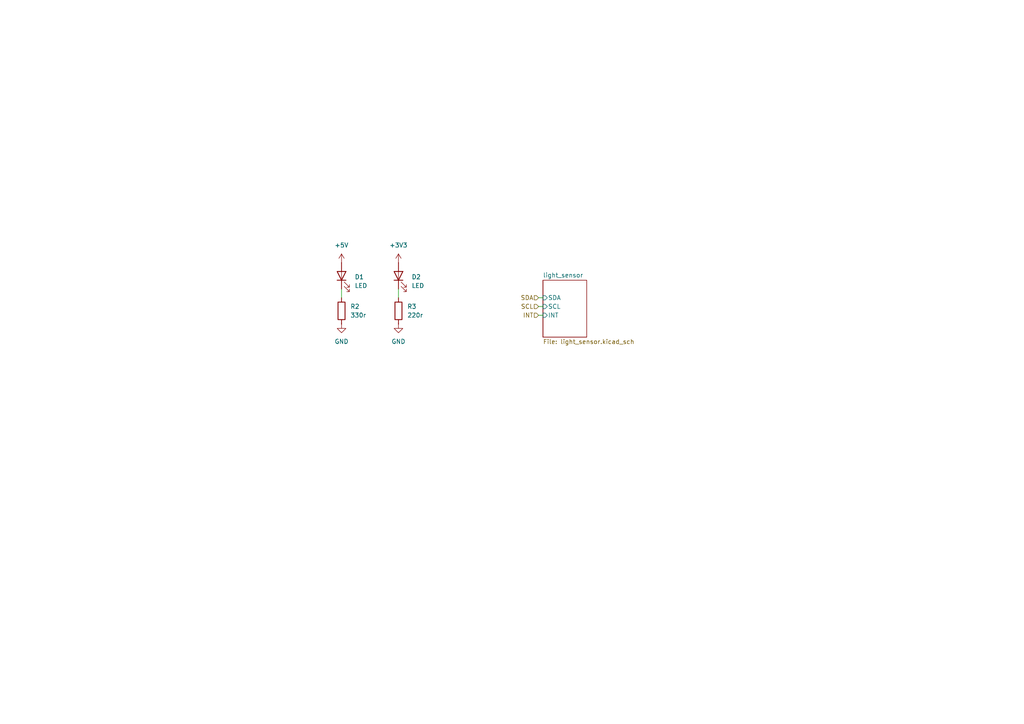
<source format=kicad_sch>
(kicad_sch (version 20250114) (generator "eeschema") (generator_version "9.0")
  (paper "A4")
  (lib_symbols
    (symbol "Device:LED" (pin_numbers (hide yes)) (pin_names (offset 1.016) (hide yes))
      (property "Reference" "D" (at 0 2.54 0))
      (property "Value" "LED" (at 0 -2.54 0))
      (symbol "LED_0_1"
        (polyline (pts (xy -3.048 -0.762) (xy -4.572 -2.286) (xy -3.81 -2.286) (xy -4.572 -2.286) (xy -4.572 -1.524)))
        (polyline (pts (xy -1.778 -0.762) (xy -3.302 -2.286) (xy -2.54 -2.286) (xy -3.302 -2.286) (xy -3.302 -1.524)))
        (polyline (pts (xy -1.27 0) (xy 1.27 0)))
        (polyline (pts (xy -1.27 -1.27) (xy -1.27 1.27)) (stroke (width 0.254)))
        (polyline (pts (xy 1.27 -1.27) (xy 1.27 1.27) (xy -1.27 0) (xy 1.27 -1.27)) (stroke (width 0.254)))
      )
      (symbol "LED_1_1"
        (pin passive line (at -3.81 0 0) (length 2.54) (name "K") (number "1"))
        (pin passive line (at 3.81 0 180) (length 2.54) (name "A") (number "2"))
      )
    )
    (symbol "Device:R" (pin_numbers (hide yes)) (pin_names (offset 0))
      (property "Reference" "R" (at 2.032 0 90))
      (property "Value" "R" (at 0 0 90))
      (symbol "R_0_1"
        (rectangle (start -1.016 -2.54) (end 1.016 2.54) (stroke (width 0.254)))
      )
      (symbol "R_1_1"
        (pin passive line (at 0 3.81 270) (length 1.27) (name "~") (number "1"))
        (pin passive line (at 0 -3.81 90) (length 1.27) (name "~") (number "2"))
      )
    )
    (symbol "power:+3V3" (power) (pin_numbers (hide yes)) (pin_names (offset 0) (hide yes))
      (property "Value" "+3V3" (at 0 3.556 0))
      (symbol "+3V3_0_1"
        (polyline (pts (xy -0.762 1.27) (xy 0 2.54)))
        (polyline (pts (xy 0 2.54) (xy 0.762 1.27)))
        (polyline (pts (xy 0 0) (xy 0 2.54)))
      )
      (symbol "+3V3_1_1"
        (pin power_in line (at 0 0 90) (length 0) (name "~") (number "1"))
      )
    )
    (symbol "power:+5V" (power) (pin_numbers (hide yes)) (pin_names (offset 0) (hide yes))
      (property "Value" "+5V" (at 0 3.556 0))
      (symbol "+5V_0_1"
        (polyline (pts (xy -0.762 1.27) (xy 0 2.54)))
        (polyline (pts (xy 0 2.54) (xy 0.762 1.27)))
        (polyline (pts (xy 0 0) (xy 0 2.54)))
      )
      (symbol "+5V_1_1"
        (pin power_in line (at 0 0 90) (length 0) (name "~") (number "1"))
      )
    )
    (symbol "power:GND" (power) (pin_numbers (hide yes)) (pin_names (offset 0) (hide yes))
      (property "Value" "GND" (at 0 -3.81 0))
      (symbol "GND_0_1"
        (polyline (pts (xy 0 0) (xy 0 -1.27) (xy 1.27 -1.27) (xy 0 -2.54) (xy -1.27 -1.27) (xy 0 -1.27)))
      )
      (symbol "GND_1_1"
        (pin power_in line (at 0 0 270) (length 0) (name "~") (number "1"))
      )
    )
  )
  (wire (pts (xy 115.57 86.36) (xy 115.57 83.82)))
  (wire (pts (xy 156.21 88.9) (xy 157.48 88.9)))
  (wire (pts (xy 99.06 86.36) (xy 99.06 83.82)))
  (wire (pts (xy 156.21 86.36) (xy 157.48 86.36)))
  (wire (pts (xy 156.21 91.44) (xy 157.48 91.44)))
  (hierarchical_label "SCL" (shape input) (at 156.21 88.9 180))
  (hierarchical_label "SDA" (shape input) (at 156.21 86.36 180))
  (hierarchical_label "INT" (shape input) (at 156.21 91.44 180))
  (symbol (lib_id "Device:LED") (at 115.57 80.01 90) (unit 1)
    (property "Reference" "D2" (at 119.38 80.3274 90) (effects (justify right)))
    (property "Value" "LED" (at 119.38 82.8674 90) (effects (justify right)))
    (property "Footprint" "LED_SMD:LED_0603_1608Metric" (effects (hide yes)))
    (property "Description" "Light emitting diode" (effects (hide yes)))
    (property "Sim.Pins" "1=K 2=A" (effects (hide yes)))
  )
  (symbol (lib_id "power:+5V") (at 99.06 76.2 0) (unit 1)
    (property "Reference" "#PWR013" (effects (hide yes)))
    (property "Value" "+5V" (at 99.06 71.12 0))
    (property "Description" "Power symbol creates a global label with name \"+5V\"" (effects (hide yes)))
  )
  (symbol (lib_id "power:GND") (at 99.06 93.98 0) (unit 1)
    (property "Reference" "#PWR014" (effects (hide yes)))
    (property "Value" "GND" (at 99.06 99.06 0))
    (property "Description" "Power symbol creates a global label with name \"GND\" , ground" (effects (hide yes)))
  )
  (symbol (lib_id "power:GND") (at 115.57 93.98 0) (unit 1)
    (property "Reference" "#PWR016" (effects (hide yes)))
    (property "Value" "GND" (at 115.57 99.06 0))
    (property "Description" "Power symbol creates a global label with name \"GND\" , ground" (effects (hide yes)))
  )
  (symbol (lib_id "Device:R") (at 115.57 90.17 0) (unit 1)
    (property "Reference" "R3" (at 118.11 88.8999 0) (effects (justify left)))
    (property "Value" "220r" (at 118.11 91.4399 0) (effects (justify left)))
    (property "Footprint" "Resistor_SMD:R_0603_1608Metric" (effects (hide yes)))
    (property "Description" "Resistor" (effects (hide yes)))
  )
  (symbol (lib_id "Device:LED") (at 99.06 80.01 90) (unit 1)
    (property "Reference" "D1" (at 102.87 80.3274 90) (effects (justify right)))
    (property "Value" "LED" (at 102.87 82.8674 90) (effects (justify right)))
    (property "Footprint" "LED_SMD:LED_0603_1608Metric" (effects (hide yes)))
    (property "Description" "Light emitting diode" (effects (hide yes)))
    (property "Sim.Pins" "1=K 2=A" (effects (hide yes)))
  )
  (symbol (lib_id "Device:R") (at 99.06 90.17 0) (unit 1)
    (property "Reference" "R2" (at 101.6 88.8999 0) (effects (justify left)))
    (property "Value" "330r" (at 101.6 91.4399 0) (effects (justify left)))
    (property "Footprint" "Resistor_SMD:R_0603_1608Metric" (effects (hide yes)))
    (property "Description" "Resistor" (effects (hide yes)))
  )
  (symbol (lib_id "power:+3V3") (at 115.57 76.2 0) (unit 1)
    (property "Reference" "#PWR017" (effects (hide yes)))
    (property "Value" "+3V3" (at 115.57 71.12 0))
    (property "Description" "Power symbol creates a global label with name \"+3V3\"" (effects (hide yes)))
  )
  (sheet (at 157.48 81.28) (size 12.7 16.51) (stroke (width 0.1524))
    (property "Sheetname" "light_sensor" (at 157.48 80.5684 0) (effects (justify left bottom)))
    (property "Sheetfile" "light_sensor.kicad_sch" (at 157.48 98.3746 0) (effects (justify left top)))
    (pin "INT" input (at 157.48 91.44 180))
    (pin "SCL" input (at 157.48 88.9 180))
    (pin "SDA" input (at 157.48 86.36 180))
  )
)
</source>
